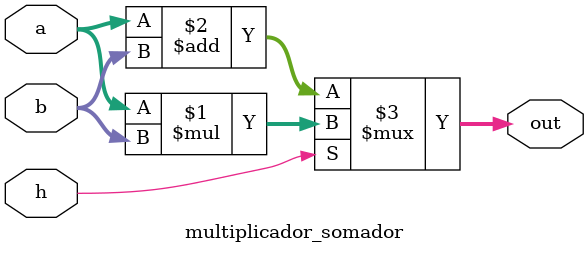
<source format=v>
module multiplicador_somador(
    input  [15:0] a,
    input  [15:0] b,
    input h,
    output  [15:0] out
);

    assign out = h? a * b : a + b;

endmodule

</source>
